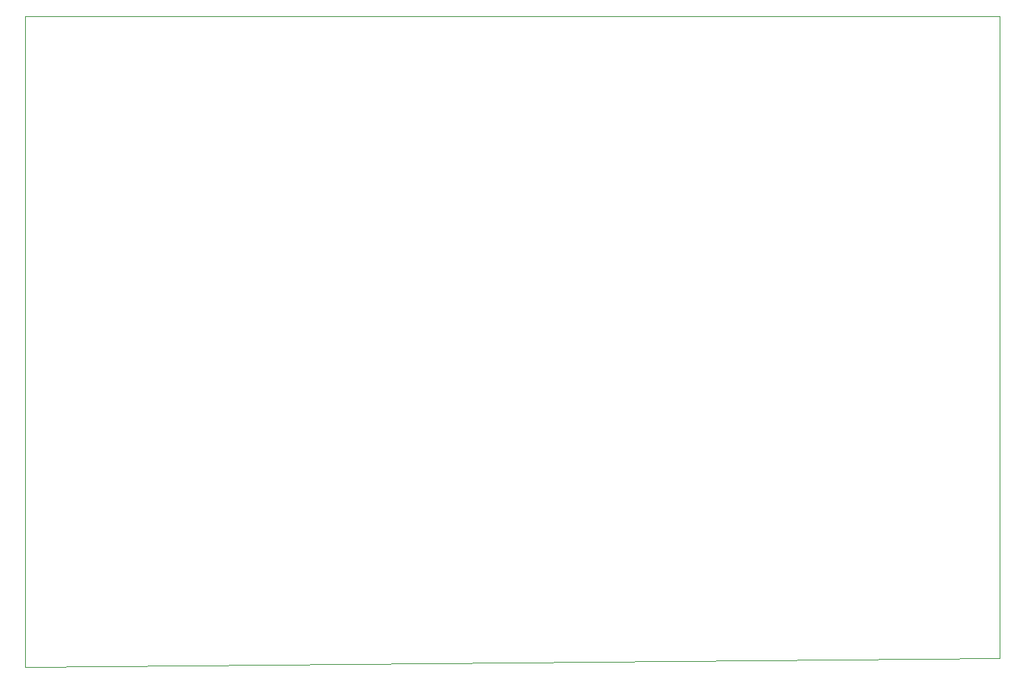
<source format=gbr>
%TF.GenerationSoftware,KiCad,Pcbnew,(6.0.6)*%
%TF.CreationDate,2022-07-28T15:02:35+08:00*%
%TF.ProjectId,Motor_clock,4d6f746f-725f-4636-9c6f-636b2e6b6963,rev?*%
%TF.SameCoordinates,Original*%
%TF.FileFunction,Profile,NP*%
%FSLAX46Y46*%
G04 Gerber Fmt 4.6, Leading zero omitted, Abs format (unit mm)*
G04 Created by KiCad (PCBNEW (6.0.6)) date 2022-07-28 15:02:35*
%MOMM*%
%LPD*%
G01*
G04 APERTURE LIST*
%TA.AperFunction,Profile*%
%ADD10C,0.100000*%
%TD*%
G04 APERTURE END LIST*
D10*
X221488000Y-55880000D02*
X221488000Y-129540000D01*
X221488000Y-129540000D02*
X109728000Y-130556000D01*
X109728000Y-55880000D02*
X221488000Y-55880000D01*
X109728000Y-130556000D02*
X109728000Y-55880000D01*
M02*

</source>
